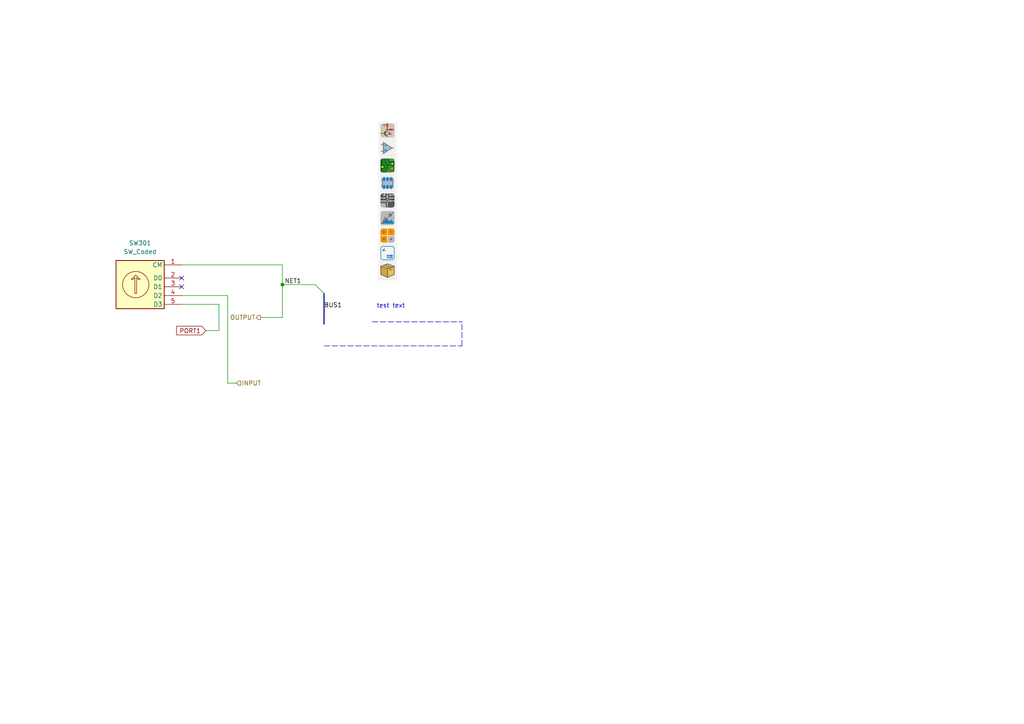
<source format=kicad_sch>
(kicad_sch (version 20211123) (generator eeschema)
  (paper "A4")
  (lib_symbols
    (symbol "Switch:SW_Coded"
      (property "Reference" "SW" (at -6.35 8.89 0))
      (property "Value" "SW_Coded" (at -6.35 -7.62 0))
      (symbol "SW_Coded_0_1"
        (circle (center -0.635 0.635) (radius 3.81))
        (polyline (pts (xy -0.889 -1.905) (xy -0.889 2.667) (xy -1.397 2.159) (xy -1.905 2.159) (xy -0.635 3.429) (xy 0.635 2.159) (xy 0.127 2.159) (xy -0.381 2.667) (xy -0.381 -1.905) (xy -0.889 -1.905) (xy -0.889 -1.905)))
        (rectangle (start 7.62 7.62) (end -6.35 -6.35) (stroke (width 0.254)) (fill (type background)))
      )
      (symbol "SW_Coded_1_1"
        (pin passive line (at 12.7 6.35 180) (length 5.08) (name "CM") (number "1"))
        (pin passive line (at 12.7 2.54 180) (length 5.08) (name "D0") (number "2"))
        (pin passive line (at 12.7 0 180) (length 5.08) (name "D1") (number "3"))
        (pin passive line (at 12.7 -2.54 180) (length 5.08) (name "D2") (number "4"))
        (pin passive line (at 12.7 -5.08 180) (length 5.08) (name "D3") (number "5"))
      )
    )
  )
  (junction (at 81.915 82.55))
  (no_connect (at 52.705 83.185))
  (no_connect (at 52.705 80.645))
  (bus_entry (at 91.44 82.55) (size 2.54 2.54))
  (wire (pts (xy 63.5 88.265) (xy 63.5 95.885)))
  (wire (pts (xy 66.04 111.125) (xy 66.04 85.725)))
  (wire (pts (xy 68.58 111.125) (xy 66.04 111.125)))
  (polyline (pts (xy 133.985 100.33) (xy 133.985 93.345)))
  (wire (pts (xy 81.915 82.55) (xy 81.915 92.075)))
  (polyline (pts (xy 107.95 93.345) (xy 133.985 93.345)))
  (wire (pts (xy 81.915 82.55) (xy 91.44 82.55)))
  (polyline (pts (xy 93.98 100.33) (xy 133.985 100.33)))
  (wire (pts (xy 81.915 76.835) (xy 81.915 82.55)))
  (wire (pts (xy 66.04 85.725) (xy 52.705 85.725)))
  (wire (pts (xy 52.705 76.835) (xy 81.915 76.835)))
  (bus (pts (xy 93.98 85.09) (xy 93.98 93.98)))
  (wire (pts (xy 81.915 92.075) (xy 75.565 92.075)))
  (wire (pts (xy 52.705 88.265) (xy 63.5 88.265)))
  (wire (pts (xy 63.5 95.885) (xy 59.69 95.885)))
  (image (at 112.395 58.42))
  (text "test text" (at 109.22 89.535 0) (effects (font (size 1.27 1.27)) (justify left bottom)))
  (label "BUS1" (at 93.98 89.535 0))
  (label "NET1" (at 82.55 82.55 0))
  (global_label "PORT1" (shape input) (at 59.69 95.885 180) (property "Intersheet References" "${INTERSHEET_REFS}" (effects hide)))
  (hierarchical_label "INPUT" (shape input) (at 68.58 111.125 0))
  (hierarchical_label "OUTPUT" (shape output) (at 75.565 92.075 180))
  (symbol (lib_id "Switch:SW_Coded") (at 40.005 83.185 0)
    (property "Reference" "SW301" (at 40.64 70.485 0))
    (property "Value" "SW_Coded" (at 40.64 73.025 0))
  )
)
</source>
